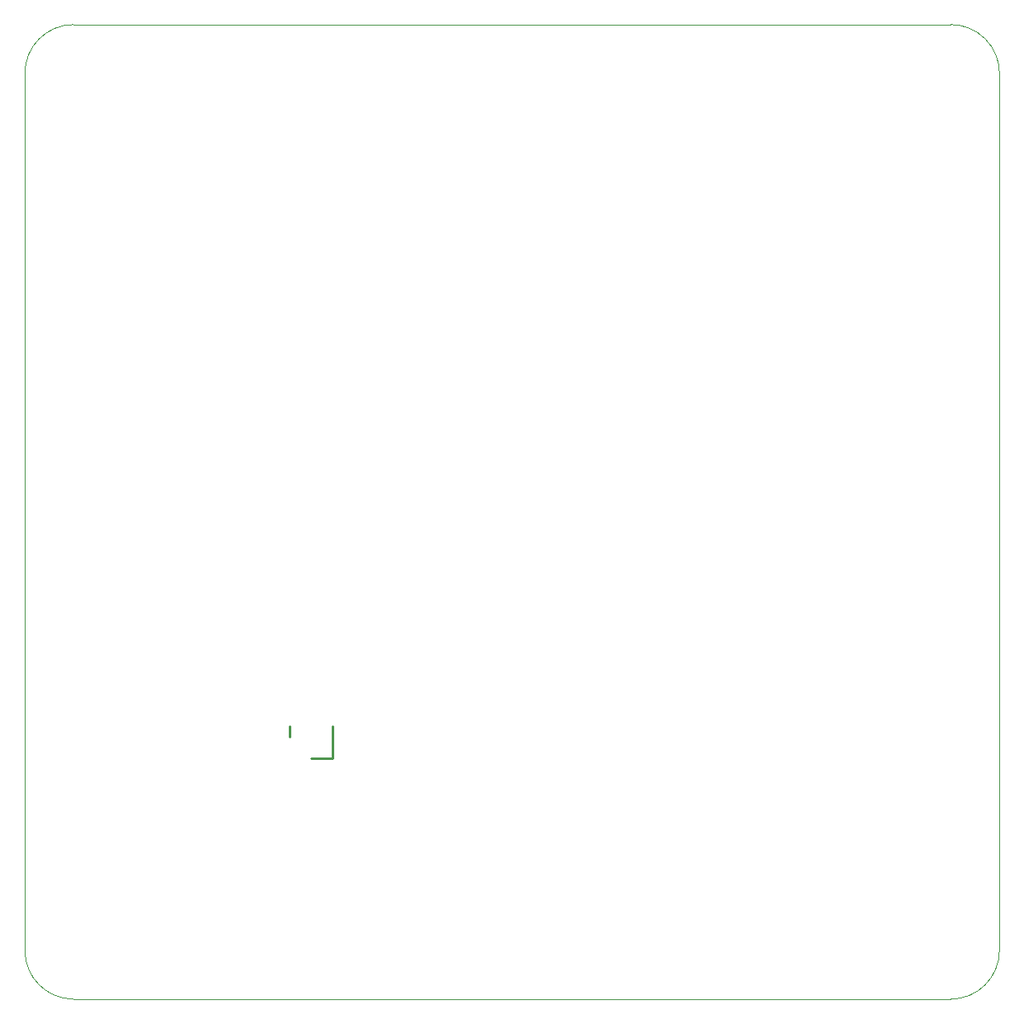
<source format=gm1>
G04*
G04 #@! TF.GenerationSoftware,Altium Limited,Altium Designer,22.9.1 (49)*
G04*
G04 Layer_Color=16711935*
%FSLAX25Y25*%
%MOIN*%
G70*
G04*
G04 #@! TF.SameCoordinates,F91FD0B8-2741-413C-87D7-DF85A8DA950D*
G04*
G04*
G04 #@! TF.FilePolarity,Positive*
G04*
G01*
G75*
%ADD11C,0.00394*%
%ADD116C,0.00984*%
D11*
X393701Y374016D02*
G03*
X374016Y393701I-19685J0D01*
G01*
Y0D02*
G03*
X393701Y19685I0J19685D01*
G01*
X19685Y393701D02*
G03*
X0Y374016I0J-19685D01*
G01*
Y19685D02*
G03*
X19685Y0I19685J0D01*
G01*
X374016D01*
X19685Y393701D02*
X374016D01*
X393701Y19685D02*
Y374016D01*
X0Y19685D02*
Y374016D01*
D116*
X106791Y106008D02*
Y110437D01*
X115453Y97347D02*
X124409D01*
Y110142D01*
M02*

</source>
